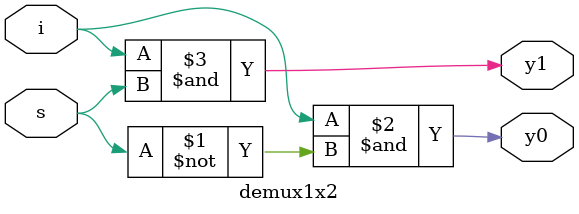
<source format=v>
`timescale 1ns / 1ps

module demux1x2(
output y0,y1,
input s,
input i
);
assign y0=i & (~s);
assign y1=i & (s);
endmodule

</source>
